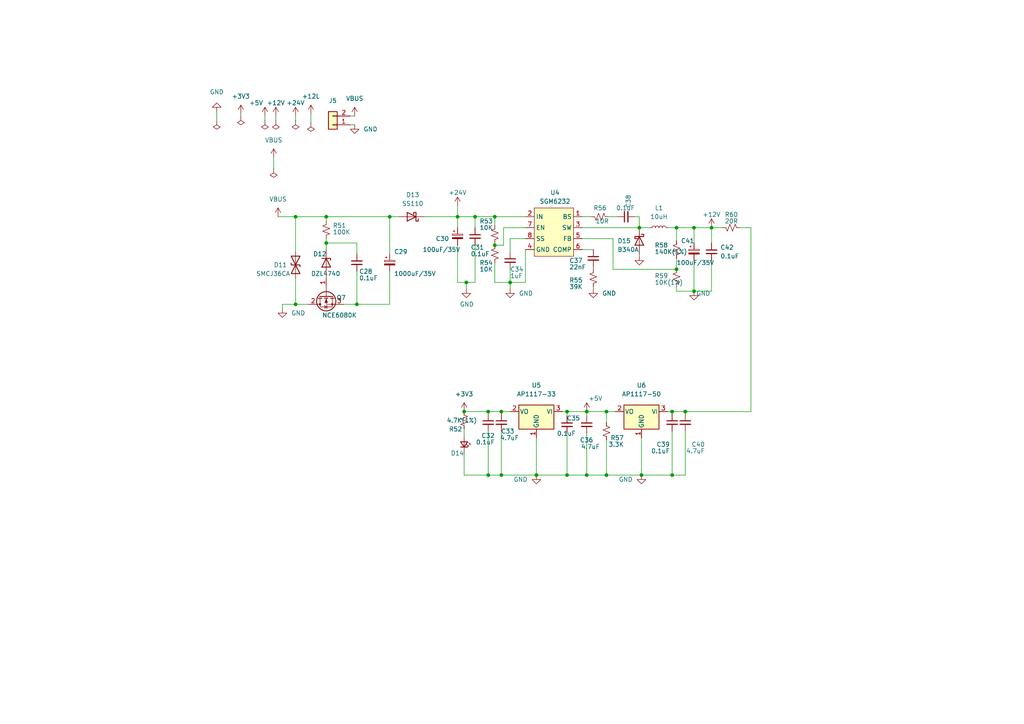
<source format=kicad_sch>
(kicad_sch (version 20211123) (generator eeschema)
  (paper "A4")
  (lib_symbols
    (symbol "Connector_Generic:Conn_01x02" (pin_names (offset 1.016) hide)
      (property "Reference" "J" (at 0 2.54 0))
      (property "Value" "Conn_01x02" (at 0 -5.08 0))
      (symbol "Conn_01x02_1_1"
        (rectangle (start -1.27 -2.413) (end 0 -2.667) (stroke (width 0.1524)))
        (rectangle (start -1.27 0.127) (end 0 -0.127) (stroke (width 0.1524)))
        (rectangle (start -1.27 1.27) (end 1.27 -3.81) (stroke (width 0.254)) (fill (type background)))
        (pin passive line (at -5.08 0 0) (length 3.81) (name "Pin_1") (number "1"))
        (pin passive line (at -5.08 -2.54 0) (length 3.81) (name "Pin_2") (number "2"))
      )
    )
    (symbol "Device:C_Polarized_Small" (pin_numbers hide) (pin_names (offset 0.254) hide)
      (property "Reference" "C" (at 0.254 1.778 0))
      (property "Value" "C_Polarized_Small" (at 0.254 -2.032 0))
      (symbol "C_Polarized_Small_0_1"
        (rectangle (start -1.524 -0.3048) (end 1.524 -0.6858) (fill (type outline)))
        (rectangle (start -1.524 0.6858) (end 1.524 0.3048))
        (polyline (pts (xy -1.27 1.524) (xy -0.762 1.524)))
        (polyline (pts (xy -1.016 1.27) (xy -1.016 1.778)))
      )
      (symbol "C_Polarized_Small_1_1"
        (pin passive line (at 0 2.54 270) (length 1.8542) (name "~") (number "1"))
        (pin passive line (at 0 -2.54 90) (length 1.8542) (name "~") (number "2"))
      )
    )
    (symbol "Device:C_Small" (pin_numbers hide) (pin_names (offset 0.254) hide)
      (property "Reference" "C" (at 0.254 1.778 0))
      (property "Value" "C_Small" (at 0.254 -2.032 0))
      (symbol "C_Small_0_1"
        (polyline (pts (xy -1.524 -0.508) (xy 1.524 -0.508)) (stroke (width 0.3302)))
        (polyline (pts (xy -1.524 0.508) (xy 1.524 0.508)) (stroke (width 0.3048)))
      )
      (symbol "C_Small_1_1"
        (pin passive line (at 0 2.54 270) (length 2.032) (name "~") (number "1"))
        (pin passive line (at 0 -2.54 90) (length 2.032) (name "~") (number "2"))
      )
    )
    (symbol "Device:D_Schottky" (pin_numbers hide) (pin_names (offset 1.016) hide)
      (property "Reference" "D" (at 0 2.54 0))
      (property "Value" "D_Schottky" (at 0 -2.54 0))
      (symbol "D_Schottky_0_1"
        (polyline (pts (xy 1.27 0) (xy -1.27 0)))
        (polyline (pts (xy 1.27 1.27) (xy 1.27 -1.27) (xy -1.27 0) (xy 1.27 1.27)) (stroke (width 0.254)))
        (polyline (pts (xy -1.905 0.635) (xy -1.905 1.27) (xy -1.27 1.27) (xy -1.27 -1.27) (xy -0.635 -1.27) (xy -0.635 -0.635)) (stroke (width 0.254)))
      )
      (symbol "D_Schottky_1_1"
        (pin passive line (at -3.81 0 0) (length 2.54) (name "K") (number "1"))
        (pin passive line (at 3.81 0 180) (length 2.54) (name "A") (number "2"))
      )
    )
    (symbol "Device:D_TVS" (pin_numbers hide) (pin_names (offset 1.016) hide)
      (property "Reference" "D" (at 0 2.54 0))
      (property "Value" "D_TVS" (at 0 -2.54 0))
      (symbol "D_TVS_0_1"
        (polyline (pts (xy 1.27 0) (xy -1.27 0)))
        (polyline (pts (xy 0.508 1.27) (xy 0 1.27) (xy 0 -1.27) (xy -0.508 -1.27)) (stroke (width 0.254)))
        (polyline (pts (xy -2.54 1.27) (xy -2.54 -1.27) (xy 2.54 1.27) (xy 2.54 -1.27) (xy -2.54 1.27)) (stroke (width 0.254)))
      )
      (symbol "D_TVS_1_1"
        (pin passive line (at -3.81 0 0) (length 2.54) (name "A1") (number "1"))
        (pin passive line (at 3.81 0 180) (length 2.54) (name "A2") (number "2"))
      )
    )
    (symbol "Device:D_Zener" (pin_numbers hide) (pin_names (offset 1.016) hide)
      (property "Reference" "D" (at 0 2.54 0))
      (property "Value" "D_Zener" (at 0 -2.54 0))
      (symbol "D_Zener_0_1"
        (polyline (pts (xy 1.27 0) (xy -1.27 0)))
        (polyline (pts (xy -1.27 -1.27) (xy -1.27 1.27) (xy -0.762 1.27)) (stroke (width 0.254)))
        (polyline (pts (xy 1.27 -1.27) (xy 1.27 1.27) (xy -1.27 0) (xy 1.27 -1.27)) (stroke (width 0.254)))
      )
      (symbol "D_Zener_1_1"
        (pin passive line (at -3.81 0 0) (length 2.54) (name "K") (number "1"))
        (pin passive line (at 3.81 0 180) (length 2.54) (name "A") (number "2"))
      )
    )
    (symbol "Device:LED_Small" (pin_numbers hide) (pin_names (offset 0.254) hide)
      (property "Reference" "D" (at -1.27 3.175 0))
      (property "Value" "LED_Small" (at -4.445 -2.54 0))
      (symbol "LED_Small_0_1"
        (polyline (pts (xy -0.762 -1.016) (xy -0.762 1.016)) (stroke (width 0.254)))
        (polyline (pts (xy 1.016 0) (xy -0.762 0)))
        (polyline (pts (xy 0.762 -1.016) (xy -0.762 0) (xy 0.762 1.016) (xy 0.762 -1.016)) (stroke (width 0.254)))
        (polyline (pts (xy 0 0.762) (xy -0.508 1.27) (xy -0.254 1.27) (xy -0.508 1.27) (xy -0.508 1.016)))
        (polyline (pts (xy 0.508 1.27) (xy 0 1.778) (xy 0.254 1.778) (xy 0 1.778) (xy 0 1.524)))
      )
      (symbol "LED_Small_1_1"
        (pin passive line (at -2.54 0 0) (length 1.778) (name "K") (number "1"))
        (pin passive line (at 2.54 0 180) (length 1.778) (name "A") (number "2"))
      )
    )
    (symbol "Device:L_Small" (pin_numbers hide) (pin_names (offset 0.254) hide)
      (property "Reference" "L" (at 0.762 1.016 0))
      (property "Value" "L_Small" (at 0.762 -1.016 0))
      (symbol "L_Small_0_1"
        (arc (start 0 -2.032) (mid 0.508 -1.524) (end 0 -1.016))
        (arc (start 0 -1.016) (mid 0.508 -0.508) (end 0 0))
        (arc (start 0 0) (mid 0.508 0.508) (end 0 1.016))
        (arc (start 0 1.016) (mid 0.508 1.524) (end 0 2.032))
      )
      (symbol "L_Small_1_1"
        (pin passive line (at 0 2.54 270) (length 0.508) (name "~") (number "1"))
        (pin passive line (at 0 -2.54 90) (length 0.508) (name "~") (number "2"))
      )
    )
    (symbol "Device:Q_NMOS_GDS" (pin_names (offset 0) hide)
      (property "Reference" "Q" (at 5.08 1.27 0))
      (property "Value" "Q_NMOS_GDS" (at 5.08 -1.27 0))
      (symbol "Q_NMOS_GDS_0_1"
        (polyline (pts (xy 0.254 0) (xy -2.54 0)))
        (polyline (pts (xy 0.254 1.905) (xy 0.254 -1.905)) (stroke (width 0.254)))
        (polyline (pts (xy 0.762 -1.27) (xy 0.762 -2.286)) (stroke (width 0.254)))
        (polyline (pts (xy 0.762 0.508) (xy 0.762 -0.508)) (stroke (width 0.254)))
        (polyline (pts (xy 0.762 2.286) (xy 0.762 1.27)) (stroke (width 0.254)))
        (polyline (pts (xy 2.54 2.54) (xy 2.54 1.778)))
        (polyline (pts (xy 2.54 -2.54) (xy 2.54 0) (xy 0.762 0)))
        (polyline (pts (xy 0.762 -1.778) (xy 3.302 -1.778) (xy 3.302 1.778) (xy 0.762 1.778)))
        (polyline (pts (xy 1.016 0) (xy 2.032 0.381) (xy 2.032 -0.381) (xy 1.016 0)) (fill (type outline)))
        (polyline (pts (xy 2.794 0.508) (xy 2.921 0.381) (xy 3.683 0.381) (xy 3.81 0.254)))
        (polyline (pts (xy 3.302 0.381) (xy 2.921 -0.254) (xy 3.683 -0.254) (xy 3.302 0.381)))
        (circle (center 1.651 0) (radius 2.794) (stroke (width 0.254)))
        (circle (center 2.54 -1.778) (radius 0.254) (fill (type outline)))
        (circle (center 2.54 1.778) (radius 0.254) (fill (type outline)))
      )
      (symbol "Q_NMOS_GDS_1_1"
        (pin input line (at -5.08 0 0) (length 2.54) (name "G") (number "1"))
        (pin passive line (at 2.54 5.08 270) (length 2.54) (name "D") (number "2"))
        (pin passive line (at 2.54 -5.08 90) (length 2.54) (name "S") (number "3"))
      )
    )
    (symbol "Device:R_Small_US" (pin_numbers hide) (pin_names (offset 0.254) hide)
      (property "Reference" "R" (at 0.762 0.508 0))
      (property "Value" "R_Small_US" (at 0.762 -1.016 0))
      (symbol "R_Small_US_1_1"
        (polyline (pts (xy 0 0) (xy 1.016 -0.381) (xy 0 -0.762) (xy -1.016 -1.143) (xy 0 -1.524)))
        (polyline (pts (xy 0 1.524) (xy 1.016 1.143) (xy 0 0.762) (xy -1.016 0.381) (xy 0 0)))
        (pin passive line (at 0 2.54 270) (length 1.016) (name "~") (number "1"))
        (pin passive line (at 0 -2.54 90) (length 1.016) (name "~") (number "2"))
      )
    )
    (symbol "Diode:1N6857" (pin_numbers hide) (pin_names (offset 1.016) hide)
      (property "Reference" "D" (at 0 2.54 0))
      (property "Value" "1N6857" (at 0 -2.54 0))
      (symbol "1N6857_0_1"
        (polyline (pts (xy 1.27 0) (xy -1.27 0)))
        (polyline (pts (xy 1.27 1.27) (xy 1.27 -1.27) (xy -1.27 0) (xy 1.27 1.27)) (stroke (width 0.254)))
        (polyline (pts (xy -1.905 0.635) (xy -1.905 1.27) (xy -1.27 1.27) (xy -1.27 -1.27) (xy -0.635 -1.27) (xy -0.635 -0.635)) (stroke (width 0.254)))
      )
      (symbol "1N6857_1_1"
        (pin passive line (at -3.81 0 0) (length 2.54) (name "K") (number "1"))
        (pin passive line (at 3.81 0 180) (length 2.54) (name "A") (number "2"))
      )
    )
    (symbol "Regulator_Linear:AP1117-50" (pin_names (offset 0.254))
      (property "Reference" "U" (at -3.81 3.175 0))
      (property "Value" "AP1117-50" (at 0 3.175 0))
      (symbol "AP1117-50_0_1"
        (rectangle (start -5.08 -5.08) (end 5.08 1.905) (stroke (width 0.254)) (fill (type background)))
      )
      (symbol "AP1117-50_1_1"
        (pin power_in line (at 0 -7.62 90) (length 2.54) (name "GND") (number "1"))
        (pin power_out line (at 7.62 0 180) (length 2.54) (name "VO") (number "2"))
        (pin power_in line (at -7.62 0 0) (length 2.54) (name "VI") (number "3"))
      )
    )
    (symbol "power:+12L" (power) (pin_names (offset 0))
      (property "Value" "+12L" (at 0 3.556 0))
      (symbol "+12L_0_1"
        (polyline (pts (xy -0.762 1.27) (xy 0 2.54)))
        (polyline (pts (xy 0 0) (xy 0 2.54)))
        (polyline (pts (xy 0 2.54) (xy 0.762 1.27)))
      )
      (symbol "+12L_1_1"
        (pin power_in line (at 0 0 90) (length 0) hide (name "+12L") (number "1"))
      )
    )
    (symbol "power:+12V" (power) (pin_names (offset 0))
      (property "Value" "+12V" (at 0 3.556 0))
      (symbol "+12V_0_1"
        (polyline (pts (xy -0.762 1.27) (xy 0 2.54)))
        (polyline (pts (xy 0 0) (xy 0 2.54)))
        (polyline (pts (xy 0 2.54) (xy 0.762 1.27)))
      )
      (symbol "+12V_1_1"
        (pin power_in line (at 0 0 90) (length 0) hide (name "+12V") (number "1"))
      )
    )
    (symbol "power:+24V" (power) (pin_names (offset 0))
      (property "Value" "+24V" (at 0 3.556 0))
      (symbol "+24V_0_1"
        (polyline (pts (xy -0.762 1.27) (xy 0 2.54)))
        (polyline (pts (xy 0 0) (xy 0 2.54)))
        (polyline (pts (xy 0 2.54) (xy 0.762 1.27)))
      )
      (symbol "+24V_1_1"
        (pin power_in line (at 0 0 90) (length 0) hide (name "+24V") (number "1"))
      )
    )
    (symbol "power:+3.3V" (power) (pin_names (offset 0))
      (property "Value" "+3.3V" (at 0 3.556 0))
      (symbol "+3.3V_0_1"
        (polyline (pts (xy -0.762 1.27) (xy 0 2.54)))
        (polyline (pts (xy 0 0) (xy 0 2.54)))
        (polyline (pts (xy 0 2.54) (xy 0.762 1.27)))
      )
      (symbol "+3.3V_1_1"
        (pin power_in line (at 0 0 90) (length 0) hide (name "+3V3") (number "1"))
      )
    )
    (symbol "power:+5V" (power) (pin_names (offset 0))
      (property "Value" "+5V" (at 0 3.556 0))
      (symbol "+5V_0_1"
        (polyline (pts (xy -0.762 1.27) (xy 0 2.54)))
        (polyline (pts (xy 0 0) (xy 0 2.54)))
        (polyline (pts (xy 0 2.54) (xy 0.762 1.27)))
      )
      (symbol "+5V_1_1"
        (pin power_in line (at 0 0 90) (length 0) hide (name "+5V") (number "1"))
      )
    )
    (symbol "power:GND" (power) (pin_names (offset 0))
      (property "Value" "GND" (at 0 -3.81 0))
      (symbol "GND_0_1"
        (polyline (pts (xy 0 0) (xy 0 -1.27) (xy 1.27 -1.27) (xy 0 -2.54) (xy -1.27 -1.27) (xy 0 -1.27)))
      )
      (symbol "GND_1_1"
        (pin power_in line (at 0 0 270) (length 0) hide (name "GND") (number "1"))
      )
    )
    (symbol "power:PWR_FLAG" (power) (pin_numbers hide) (pin_names (offset 0) hide)
      (property "Value" "PWR_FLAG" (at 0 3.81 0))
      (symbol "PWR_FLAG_0_0"
        (pin power_out line (at 0 0 90) (length 0) (name "pwr") (number "1"))
      )
      (symbol "PWR_FLAG_0_1"
        (polyline (pts (xy 0 0) (xy 0 1.27) (xy -1.016 1.905) (xy 0 2.54) (xy 1.016 1.905) (xy 0 1.27)))
      )
    )
    (symbol "power:VBUS" (power) (pin_names (offset 0))
      (property "Value" "VBUS" (at 0 3.81 0))
      (symbol "VBUS_0_1"
        (polyline (pts (xy -0.762 1.27) (xy 0 2.54)))
        (polyline (pts (xy 0 0) (xy 0 2.54)))
        (polyline (pts (xy 0 2.54) (xy 0.762 1.27)))
      )
      (symbol "VBUS_1_1"
        (pin power_in line (at 0 0 90) (length 0) hide (name "VBUS") (number "1"))
      )
    )
    (symbol "zager_Power:SGM6232"
      (property "Reference" "U" (at -3.81 1.27 0))
      (property "Value" "SGM6232" (at 0 3.81 0))
      (symbol "SGM6232_0_1"
        (rectangle (start 0 0) (end 11.43 -13.97) (stroke (width 0.1524)) (fill (type background)))
      )
      (symbol "SGM6232_1_1"
        (pin input line (at 13.97 -2.54 180) (length 2.54) (name "BS") (number "1"))
        (pin input line (at -2.54 -2.54 0) (length 2.54) (name "IN") (number "2"))
        (pin input line (at 13.97 -5.715 180) (length 2.54) (name "SW") (number "3"))
        (pin input line (at -2.54 -12.065 0) (length 2.54) (name "GND") (number "4"))
        (pin input line (at 13.97 -8.89 180) (length 2.54) (name "FB") (number "5"))
        (pin input line (at 13.97 -12.065 180) (length 2.54) (name "COMP") (number "6"))
        (pin input line (at -2.54 -5.715 0) (length 2.54) (name "EN") (number "7"))
        (pin input line (at -2.54 -8.89 0) (length 2.54) (name "SS") (number "8"))
      )
    )
  )
  (junction (at 85.725 88.265))
  (junction (at 94.615 62.865))
  (junction (at 196.215 78.105))
  (junction (at 135.255 81.915))
  (junction (at 134.62 119.38))
  (junction (at 206.375 66.04))
  (junction (at 201.295 66.04))
  (junction (at 175.895 137.795))
  (junction (at 145.415 137.795))
  (junction (at 137.795 62.865))
  (junction (at 198.755 119.38))
  (junction (at 132.715 62.865))
  (junction (at 164.465 119.38))
  (junction (at 85.725 62.865))
  (junction (at 170.18 119.38))
  (junction (at 196.215 66.04))
  (junction (at 141.605 119.38))
  (junction (at 145.415 119.38))
  (junction (at 141.605 137.795))
  (junction (at 175.895 119.38))
  (junction (at 194.945 119.38))
  (junction (at 201.295 84.455))
  (junction (at 185.42 66.04))
  (junction (at 94.615 70.485))
  (junction (at 113.03 62.865))
  (junction (at 186.055 137.795))
  (junction (at 143.51 62.865))
  (junction (at 194.945 137.795))
  (junction (at 143.51 71.12))
  (junction (at 155.575 137.795))
  (junction (at 103.505 88.265))
  (junction (at 170.18 137.795))
  (junction (at 147.955 81.915))
  (junction (at 164.465 137.795))
  (wire (pts (xy 137.795 66.04) (xy 137.795 62.865)))
  (wire (pts (xy 178.435 119.38) (xy 175.895 119.38)))
  (wire (pts (xy 143.51 62.865) (xy 152.4 62.865)))
  (wire (pts (xy 94.615 80.01) (xy 94.615 80.645)))
  (wire (pts (xy 164.465 119.38) (xy 163.195 119.38)))
  (wire (pts (xy 103.505 70.485) (xy 103.505 73.66)))
  (wire (pts (xy 206.375 70.485) (xy 206.375 66.04)))
  (wire (pts (xy 141.605 119.38) (xy 141.605 120.015)))
  (wire (pts (xy 137.795 81.915) (xy 137.795 71.12)))
  (wire (pts (xy 177.8 69.215) (xy 177.8 78.105)))
  (wire (pts (xy 172.085 78.105) (xy 172.085 77.47)))
  (wire (pts (xy 168.91 62.865) (xy 171.45 62.865)))
  (wire (pts (xy 103.505 88.265) (xy 113.03 88.265)))
  (wire (pts (xy 134.62 137.795) (xy 134.62 131.445)))
  (wire (pts (xy 194.945 119.38) (xy 193.675 119.38)))
  (wire (pts (xy 147.955 83.82) (xy 147.955 81.915)))
  (wire (pts (xy 81.915 88.265) (xy 85.725 88.265)))
  (wire (pts (xy 80.645 62.865) (xy 85.725 62.865)))
  (wire (pts (xy 80.01 33.655) (xy 80.01 34.925)))
  (wire (pts (xy 155.575 137.795) (xy 164.465 137.795)))
  (wire (pts (xy 196.215 84.455) (xy 201.295 84.455)))
  (wire (pts (xy 101.6 36.195) (xy 102.87 36.195)))
  (wire (pts (xy 113.03 62.865) (xy 115.57 62.865)))
  (wire (pts (xy 94.615 70.485) (xy 103.505 70.485)))
  (wire (pts (xy 143.51 81.915) (xy 147.955 81.915)))
  (wire (pts (xy 170.18 119.38) (xy 164.465 119.38)))
  (wire (pts (xy 198.755 119.38) (xy 198.755 120.015)))
  (wire (pts (xy 134.62 124.46) (xy 134.62 126.365)))
  (wire (pts (xy 132.715 71.12) (xy 132.715 81.915)))
  (wire (pts (xy 132.715 66.04) (xy 132.715 62.865)))
  (wire (pts (xy 135.255 83.82) (xy 135.255 81.915)))
  (wire (pts (xy 172.085 83.185) (xy 172.085 83.82)))
  (wire (pts (xy 141.605 137.795) (xy 145.415 137.795)))
  (wire (pts (xy 214.63 66.04) (xy 217.805 66.04)))
  (wire (pts (xy 198.755 137.795) (xy 194.945 137.795)))
  (wire (pts (xy 206.375 75.565) (xy 206.375 84.455)))
  (wire (pts (xy 198.755 125.095) (xy 198.755 137.795)))
  (wire (pts (xy 146.05 71.12) (xy 146.05 66.04)))
  (wire (pts (xy 155.575 127) (xy 155.575 137.795)))
  (wire (pts (xy 164.465 125.73) (xy 164.465 137.795)))
  (wire (pts (xy 134.62 137.795) (xy 141.605 137.795)))
  (wire (pts (xy 196.215 74.93) (xy 196.215 78.105)))
  (wire (pts (xy 175.895 119.38) (xy 170.18 119.38)))
  (wire (pts (xy 101.6 33.655) (xy 102.87 33.655)))
  (wire (pts (xy 201.295 84.455) (xy 206.375 84.455)))
  (wire (pts (xy 69.85 33.02) (xy 69.85 33.655)))
  (wire (pts (xy 145.415 125.095) (xy 145.415 137.795)))
  (wire (pts (xy 85.725 33.655) (xy 85.725 34.925)))
  (wire (pts (xy 147.955 119.38) (xy 145.415 119.38)))
  (wire (pts (xy 201.295 75.565) (xy 201.295 84.455)))
  (wire (pts (xy 147.955 69.215) (xy 147.955 73.025)))
  (wire (pts (xy 168.91 72.39) (xy 172.085 72.39)))
  (wire (pts (xy 113.03 62.865) (xy 113.03 73.66)))
  (wire (pts (xy 85.725 80.645) (xy 85.725 88.265)))
  (wire (pts (xy 176.53 62.865) (xy 179.07 62.865)))
  (wire (pts (xy 194.945 119.38) (xy 194.945 120.015)))
  (wire (pts (xy 90.17 33.02) (xy 90.17 35.56)))
  (wire (pts (xy 85.725 62.865) (xy 94.615 62.865)))
  (wire (pts (xy 147.955 81.915) (xy 152.4 81.915)))
  (wire (pts (xy 113.03 78.74) (xy 113.03 88.265)))
  (wire (pts (xy 147.955 81.915) (xy 147.955 78.105)))
  (wire (pts (xy 185.42 73.66) (xy 185.42 74.295)))
  (wire (pts (xy 175.895 119.38) (xy 175.895 122.555)))
  (wire (pts (xy 196.215 69.85) (xy 196.215 66.04)))
  (wire (pts (xy 62.865 32.385) (xy 62.865 34.925)))
  (wire (pts (xy 152.4 69.215) (xy 147.955 69.215)))
  (wire (pts (xy 143.51 76.2) (xy 143.51 81.915)))
  (wire (pts (xy 152.4 72.39) (xy 152.4 81.915)))
  (wire (pts (xy 94.615 70.485) (xy 94.615 72.39)))
  (wire (pts (xy 143.51 71.12) (xy 146.05 71.12)))
  (wire (pts (xy 85.725 88.265) (xy 89.535 88.265)))
  (wire (pts (xy 143.51 65.405) (xy 143.51 62.865)))
  (wire (pts (xy 170.18 125.73) (xy 170.18 137.795)))
  (wire (pts (xy 85.725 62.865) (xy 85.725 73.025)))
  (wire (pts (xy 170.18 137.795) (xy 164.465 137.795)))
  (wire (pts (xy 196.215 66.04) (xy 201.295 66.04)))
  (wire (pts (xy 94.615 69.215) (xy 94.615 70.485)))
  (wire (pts (xy 76.835 33.655) (xy 76.835 34.925)))
  (wire (pts (xy 168.91 69.215) (xy 177.8 69.215)))
  (wire (pts (xy 196.215 83.185) (xy 196.215 84.455)))
  (wire (pts (xy 141.605 119.38) (xy 134.62 119.38)))
  (wire (pts (xy 79.375 45.72) (xy 79.375 48.895)))
  (wire (pts (xy 177.8 78.105) (xy 196.215 78.105)))
  (wire (pts (xy 175.895 137.795) (xy 170.18 137.795)))
  (wire (pts (xy 194.945 125.095) (xy 194.945 137.795)))
  (wire (pts (xy 186.055 127) (xy 186.055 137.795)))
  (wire (pts (xy 198.755 119.38) (xy 194.945 119.38)))
  (wire (pts (xy 81.915 89.535) (xy 81.915 88.265)))
  (wire (pts (xy 175.895 127.635) (xy 175.895 137.795)))
  (wire (pts (xy 201.295 70.485) (xy 201.295 66.04)))
  (wire (pts (xy 132.715 62.865) (xy 137.795 62.865)))
  (wire (pts (xy 185.42 66.04) (xy 188.595 66.04)))
  (wire (pts (xy 193.675 66.04) (xy 196.215 66.04)))
  (wire (pts (xy 185.42 62.865) (xy 185.42 66.04)))
  (wire (pts (xy 186.055 137.795) (xy 175.895 137.795)))
  (wire (pts (xy 145.415 119.38) (xy 145.415 120.015)))
  (wire (pts (xy 145.415 119.38) (xy 141.605 119.38)))
  (wire (pts (xy 132.715 59.69) (xy 132.715 62.865)))
  (wire (pts (xy 103.505 78.74) (xy 103.505 88.265)))
  (wire (pts (xy 146.05 66.04) (xy 152.4 66.04)))
  (wire (pts (xy 155.575 137.795) (xy 145.415 137.795)))
  (wire (pts (xy 135.255 81.915) (xy 137.795 81.915)))
  (wire (pts (xy 141.605 125.095) (xy 141.605 137.795)))
  (wire (pts (xy 206.375 66.04) (xy 209.55 66.04)))
  (wire (pts (xy 137.795 62.865) (xy 143.51 62.865)))
  (wire (pts (xy 194.945 137.795) (xy 186.055 137.795)))
  (wire (pts (xy 168.91 66.04) (xy 185.42 66.04)))
  (wire (pts (xy 94.615 64.135) (xy 94.615 62.865)))
  (wire (pts (xy 184.15 62.865) (xy 185.42 62.865)))
  (wire (pts (xy 217.805 66.04) (xy 217.805 119.38)))
  (wire (pts (xy 99.695 88.265) (xy 103.505 88.265)))
  (wire (pts (xy 94.615 62.865) (xy 113.03 62.865)))
  (wire (pts (xy 217.805 119.38) (xy 198.755 119.38)))
  (wire (pts (xy 164.465 120.65) (xy 164.465 119.38)))
  (wire (pts (xy 123.19 62.865) (xy 132.715 62.865)))
  (wire (pts (xy 201.295 66.04) (xy 206.375 66.04)))
  (wire (pts (xy 170.18 119.38) (xy 170.18 120.65)))
  (wire (pts (xy 143.51 70.485) (xy 143.51 71.12)))
  (wire (pts (xy 132.715 81.915) (xy 135.255 81.915)))
  (symbol (lib_id "power:PWR_FLAG") (at 62.865 34.925 180) (unit 1)
    (property "Reference" "#FLG01" (effects hide))
    (property "Value" "PWR_FLAG" (effects hide))
  )
  (symbol (lib_id "power:PWR_FLAG") (at 85.725 34.925 180) (unit 1)
    (property "Reference" "#FLG06" (effects hide))
    (property "Value" "PWR_FLAG" (effects hide))
  )
  (symbol (lib_id "power:GND") (at 135.255 83.82 0) (unit 1)
    (property "Reference" "#PWR064" (effects hide))
    (property "Value" "GND" (at 133.35 88.265 0) (effects (justify left)))
  )
  (symbol (lib_id "Device:C_Polarized_Small") (at 132.715 68.58 0) (unit 1)
    (property "Reference" "C30" (at 126.365 69.215 0) (effects (justify left)))
    (property "Value" "100uF/35V" (at 122.555 72.39 0) (effects (justify left)))
    (property "Footprint" "Capacitor_THT:CP_Radial_D6.3mm_P2.50mm" (effects hide))
  )
  (symbol (lib_id "Device:C_Small") (at 206.375 73.025 0) (unit 1)
    (property "Reference" "C42" (at 208.915 71.755 0) (effects (justify left)))
    (property "Value" "0.1uF" (at 208.915 74.295 0) (effects (justify left)))
    (property "Footprint" "Capacitor_SMD:C_0603_1608Metric" (effects hide))
  )
  (symbol (lib_id "Device:R_Small_US") (at 196.215 72.39 0) (mirror y) (unit 1)
    (property "Reference" "R58" (at 189.865 71.12 0) (effects (justify right)))
    (property "Value" "140K(1%)" (at 189.865 73.025 0) (effects (justify right)))
    (property "Footprint" "Resistor_SMD:R_0603_1608Metric" (effects hide))
  )
  (symbol (lib_id "power:+3.3V") (at 134.62 119.38 0) (mirror y) (unit 1)
    (property "Reference" "#PWR063" (effects hide))
    (property "Value" "+3.3V" (at 134.62 114.3 0))
  )
  (symbol (lib_id "Device:D_TVS") (at 85.725 76.835 270) (unit 1)
    (property "Reference" "D11" (at 79.375 76.835 90) (effects (justify left)))
    (property "Value" "SMCJ36CA" (at 74.295 79.375 90) (effects (justify left)))
    (property "Footprint" "Diode_SMD:D_SMC" (effects hide))
  )
  (symbol (lib_id "Device:D_Zener") (at 94.615 76.2 270) (unit 1)
    (property "Reference" "D12" (at 90.805 73.66 90) (effects (justify left)))
    (property "Value" "DZL4740" (at 90.17 79.375 90) (effects (justify left)))
    (property "Footprint" "Diode_SMD:D_SOD-123F" (effects hide))
  )
  (symbol (lib_id "power:+24V") (at 132.715 59.69 0) (unit 1)
    (property "Reference" "#PWR062" (effects hide))
    (property "Value" "+24V" (at 132.715 55.88 0))
  )
  (symbol (lib_id "power:+3.3V") (at 69.85 33.02 0) (unit 1)
    (property "Reference" "#PWR052" (effects hide))
    (property "Value" "+3.3V" (at 69.85 27.94 0))
  )
  (symbol (lib_id "power:PWR_FLAG") (at 79.375 48.895 180) (unit 1)
    (property "Reference" "#FLG04" (effects hide))
    (property "Value" "PWR_FLAG" (effects hide))
  )
  (symbol (lib_id "power:GND") (at 81.915 89.535 0) (unit 1)
    (property "Reference" "#PWR057" (effects hide))
    (property "Value" "GND" (at 84.455 90.8049 0) (effects (justify left)))
  )
  (symbol (lib_id "power:+12V") (at 80.01 33.655 0) (unit 1)
    (property "Reference" "#PWR055" (effects hide))
    (property "Value" "+12V" (at 80.01 29.845 0))
  )
  (symbol (lib_id "Device:R_Small_US") (at 172.085 80.645 0) (mirror y) (unit 1)
    (property "Reference" "R55" (at 165.1 81.28 0) (effects (justify right)))
    (property "Value" "39K" (at 165.1 83.185 0) (effects (justify right)))
    (property "Footprint" "Resistor_SMD:R_0603_1608Metric" (effects hide))
  )
  (symbol (lib_id "zager_Power:SGM6232") (at 154.94 60.325 0) (unit 1)
    (property "Reference" "U4" (at 160.9725 55.88 0))
    (property "Value" "SGM6232" (at 160.9725 58.42 0))
    (property "Footprint" "Package_SO:SOIC-8_3.9x4.9mm_P1.27mm" (effects hide))
  )
  (symbol (lib_id "Device:R_Small_US") (at 173.99 62.865 90) (mirror x) (unit 1)
    (property "Reference" "R56" (at 172.085 60.325 90) (effects (justify right)))
    (property "Value" "10R" (at 172.72 64.135 90) (effects (justify right)))
    (property "Footprint" "Resistor_SMD:R_0603_1608Metric" (effects hide))
  )
  (symbol (lib_id "power:GND") (at 102.87 36.195 0) (unit 1)
    (property "Reference" "#PWR061" (effects hide))
    (property "Value" "GND" (at 105.41 37.4649 0) (effects (justify left)))
  )
  (symbol (lib_id "Connector_Generic:Conn_01x02") (at 96.52 36.195 180) (unit 1)
    (property "Reference" "J5" (at 96.52 29.21 0))
    (property "Value" "Conn_01x02" (effects hide))
    (property "Footprint" "TerminalBlock:TerminalBlock_bornier-2_P5.08mm" (effects hide))
  )
  (symbol (lib_id "Device:C_Small") (at 145.415 122.555 0) (mirror y) (unit 1)
    (property "Reference" "C33" (at 149.225 125.095 0) (effects (justify left)))
    (property "Value" "4.7uF" (at 150.495 127 0) (effects (justify left)))
    (property "Footprint" "Capacitor_SMD:C_0805_2012Metric" (effects hide))
  )
  (symbol (lib_id "power:+24V") (at 85.725 33.655 0) (unit 1)
    (property "Reference" "#PWR058" (effects hide))
    (property "Value" "+24V" (at 85.725 29.845 0))
  )
  (symbol (lib_id "Device:R_Small_US") (at 175.895 125.095 0) (unit 1)
    (property "Reference" "R57" (at 180.975 127 0) (effects (justify right)))
    (property "Value" "3.3K" (at 180.975 128.905 0) (effects (justify right)))
    (property "Footprint" "Resistor_SMD:R_0603_1608Metric" (effects hide))
  )
  (symbol (lib_id "Device:C_Small") (at 170.18 123.19 0) (mirror y) (unit 1)
    (property "Reference" "C36" (at 172.085 127.635 0) (effects (justify left)))
    (property "Value" "4.7uF" (at 173.99 129.54 0) (effects (justify left)))
    (property "Footprint" "Capacitor_SMD:C_0805_2012Metric" (effects hide))
  )
  (symbol (lib_id "Device:LED_Small") (at 134.62 128.905 270) (mirror x) (unit 1)
    (property "Reference" "D14" (at 134.62 131.445 90) (effects (justify right)))
    (property "Value" "LED_Red" (effects hide))
    (property "Footprint" "Diode_SMD:D_0603_1608Metric_Pad1.05x0.95mm_HandSolder" (effects hide))
  )
  (symbol (lib_id "power:GND") (at 201.295 84.455 0) (unit 1)
    (property "Reference" "#PWR071" (effects hide))
    (property "Value" "GND" (at 201.93 85.09 0) (effects (justify left)))
  )
  (symbol (lib_id "Device:R_Small_US") (at 212.09 66.04 90) (mirror x) (unit 1)
    (property "Reference" "R60" (at 210.185 62.23 90) (effects (justify right)))
    (property "Value" "20R" (at 210.185 64.135 90) (effects (justify right)))
    (property "Footprint" "Resistor_SMD:R_0603_1608Metric" (effects hide))
  )
  (symbol (lib_id "Device:R_Small_US") (at 94.615 66.675 0) (mirror y) (unit 1)
    (property "Reference" "R51" (at 96.52 65.405 0) (effects (justify right)))
    (property "Value" "100K" (at 96.52 67.31 0) (effects (justify right)))
    (property "Footprint" "Resistor_SMD:R_0603_1608Metric" (effects hide))
  )
  (symbol (lib_id "power:PWR_FLAG") (at 80.01 34.925 180) (unit 1)
    (property "Reference" "#FLG05" (effects hide))
    (property "Value" "PWR_FLAG" (effects hide))
  )
  (symbol (lib_id "power:+5V") (at 170.18 119.38 0) (mirror y) (unit 1)
    (property "Reference" "#PWR067" (effects hide))
    (property "Value" "+5V" (at 172.72 115.57 0))
  )
  (symbol (lib_id "Regulator_Linear:AP1117-50") (at 155.575 119.38 0) (mirror y) (unit 1)
    (property "Reference" "U5" (at 155.575 111.76 0))
    (property "Value" "AP1117-33" (at 155.575 114.3 0))
    (property "Footprint" "Package_TO_SOT_SMD:SOT-223-3_TabPin2" (effects hide))
    (property "Datasheet" "http://www.diodes.com/datasheets/AP1117.pdf" (effects hide))
  )
  (symbol (lib_id "Device:C_Small") (at 181.61 62.865 90) (unit 1)
    (property "Reference" "C38" (at 182.245 60.325 0) (effects (justify left)))
    (property "Value" "0.1uF" (at 184.15 60.325 90) (effects (justify left)))
    (property "Footprint" "Capacitor_SMD:C_0603_1608Metric" (effects hide))
  )
  (symbol (lib_id "Device:R_Small_US") (at 196.215 80.645 0) (mirror y) (unit 1)
    (property "Reference" "R59" (at 189.865 80.01 0) (effects (justify right)))
    (property "Value" "10K(1%)" (at 189.865 81.915 0) (effects (justify right)))
    (property "Footprint" "Resistor_SMD:R_0603_1608Metric" (effects hide))
  )
  (symbol (lib_id "Device:C_Small") (at 141.605 122.555 0) (mirror y) (unit 1)
    (property "Reference" "C32" (at 143.51 126.365 0) (effects (justify left)))
    (property "Value" "0.1uF" (at 143.51 128.27 0) (effects (justify left)))
    (property "Footprint" "Capacitor_SMD:C_0603_1608Metric" (effects hide))
  )
  (symbol (lib_id "power:GND") (at 147.955 83.82 0) (unit 1)
    (property "Reference" "#PWR065" (effects hide))
    (property "Value" "GND" (at 150.495 85.0899 0) (effects (justify left)))
  )
  (symbol (lib_id "Device:C_Small") (at 103.505 76.2 0) (unit 1)
    (property "Reference" "C28" (at 104.14 78.74 0) (effects (justify left)))
    (property "Value" "0.1uF" (at 104.14 80.645 0) (effects (justify left)))
    (property "Footprint" "Capacitor_SMD:C_0603_1608Metric" (effects hide))
  )
  (symbol (lib_id "power:VBUS") (at 102.87 33.655 0) (unit 1)
    (property "Reference" "#PWR060" (effects hide))
    (property "Value" "VBUS" (at 102.87 28.575 0))
  )
  (symbol (lib_id "power:PWR_FLAG") (at 69.85 33.655 180) (unit 1)
    (property "Reference" "#FLG02" (effects hide))
    (property "Value" "PWR_FLAG" (effects hide))
  )
  (symbol (lib_id "Device:C_Small") (at 194.945 122.555 0) (mirror y) (unit 1)
    (property "Reference" "C39" (at 194.31 128.905 0) (effects (justify left)))
    (property "Value" "0.1uF" (at 194.31 130.81 0) (effects (justify left)))
    (property "Footprint" "Capacitor_SMD:C_0603_1608Metric" (effects hide))
  )
  (symbol (lib_id "power:+12L") (at 90.17 33.02 0) (unit 1)
    (property "Reference" "#PWR059" (effects hide))
    (property "Value" "+12L" (at 90.17 27.94 0))
  )
  (symbol (lib_id "power:GND") (at 185.42 74.295 0) (unit 1)
    (property "Reference" "#PWR069" (effects hide))
    (property "Value" "GND" (effects hide))
  )
  (symbol (lib_id "power:PWR_FLAG") (at 76.835 34.925 180) (unit 1)
    (property "Reference" "#FLG03" (effects hide))
    (property "Value" "PWR_FLAG" (effects hide))
  )
  (symbol (lib_id "power:GND") (at 155.575 137.795 0) (mirror y) (unit 1)
    (property "Reference" "#PWR066" (effects hide))
    (property "Value" "GND" (at 153.035 139.0649 0) (effects (justify left)))
  )
  (symbol (lib_id "Device:D_Schottky") (at 119.38 62.865 180) (unit 1)
    (property "Reference" "D13" (at 119.6975 56.515 0))
    (property "Value" "SS110" (at 119.6975 59.055 0))
    (property "Footprint" "Diode_SMD:D_SMA" (effects hide))
  )
  (symbol (lib_id "Device:C_Polarized_Small") (at 113.03 76.2 0) (unit 1)
    (property "Reference" "C29" (at 114.3 73.025 0) (effects (justify left)))
    (property "Value" "1000uF/35V" (at 114.3 79.375 0) (effects (justify left)))
    (property "Footprint" "Capacitor_THT:CP_Radial_D12.5mm_P5.00mm" (effects hide))
  )
  (symbol (lib_id "power:GND") (at 172.085 83.82 0) (unit 1)
    (property "Reference" "#PWR068" (effects hide))
    (property "Value" "GND" (at 174.625 85.0899 0) (effects (justify left)))
  )
  (symbol (lib_id "Regulator_Linear:AP1117-50") (at 186.055 119.38 0) (mirror y) (unit 1)
    (property "Reference" "U6" (at 186.055 111.76 0))
    (property "Value" "AP1117-50" (at 186.055 114.3 0))
    (property "Footprint" "Package_TO_SOT_SMD:SOT-223-3_TabPin2" (effects hide))
    (property "Datasheet" "http://www.diodes.com/datasheets/AP1117.pdf" (effects hide))
  )
  (symbol (lib_id "Device:C_Small") (at 172.085 74.93 0) (unit 1)
    (property "Reference" "C37" (at 165.1 75.565 0) (effects (justify left)))
    (property "Value" "22nF" (at 165.1 77.47 0) (effects (justify left)))
    (property "Footprint" "Capacitor_SMD:C_0603_1608Metric" (effects hide))
  )
  (symbol (lib_id "power:+5V") (at 76.835 33.655 0) (unit 1)
    (property "Reference" "#PWR053" (effects hide))
    (property "Value" "+5V" (at 74.295 29.845 0))
  )
  (symbol (lib_id "power:GND") (at 186.055 137.795 0) (mirror y) (unit 1)
    (property "Reference" "#PWR070" (effects hide))
    (property "Value" "GND" (at 183.515 139.0649 0) (effects (justify left)))
  )
  (symbol (lib_id "Device:C_Small") (at 137.795 68.58 0) (unit 1)
    (property "Reference" "C31" (at 136.525 71.755 0) (effects (justify left)))
    (property "Value" "0.1uF" (at 136.525 73.66 0) (effects (justify left)))
    (property "Footprint" "Capacitor_SMD:C_0603_1608Metric" (effects hide))
  )
  (symbol (lib_id "Diode:1N6857") (at 185.42 69.85 270) (unit 1)
    (property "Reference" "D15" (at 179.07 69.85 90) (effects (justify left)))
    (property "Value" "B340A" (at 179.07 72.39 90) (effects (justify left)))
    (property "Footprint" "Diode_SMD:D_SMA" (effects hide))
    (property "Datasheet" "https://www.microsemi.com/document-portal/doc_download/8865-lds-0040-datasheet" (effects hide))
  )
  (symbol (lib_id "Device:C_Small") (at 164.465 123.19 0) (mirror y) (unit 1)
    (property "Reference" "C35" (at 168.275 121.285 0) (effects (justify left)))
    (property "Value" "0.1uF" (at 167.005 125.73 0) (effects (justify left)))
    (property "Footprint" "Capacitor_SMD:C_0603_1608Metric" (effects hide))
  )
  (symbol (lib_id "Device:Q_NMOS_GDS") (at 94.615 85.725 90) (mirror x) (unit 1)
    (property "Reference" "Q7" (at 100.33 86.36 90) (effects (justify left)))
    (property "Value" "NCE6080K" (at 103.505 91.44 90) (effects (justify left)))
    (property "Footprint" "Package_TO_SOT_SMD:TO-252-2" (effects hide))
  )
  (symbol (lib_id "power:PWR_FLAG") (at 90.17 35.56 180) (unit 1)
    (property "Reference" "#FLG07" (effects hide))
    (property "Value" "PWR_FLAG" (effects hide))
  )
  (symbol (lib_id "Device:C_Small") (at 198.755 122.555 0) (mirror y) (unit 1)
    (property "Reference" "C40" (at 204.47 128.905 0) (effects (justify left)))
    (property "Value" "4.7uF" (at 204.47 130.81 0) (effects (justify left)))
    (property "Footprint" "Capacitor_SMD:C_0805_2012Metric" (effects hide))
  )
  (symbol (lib_id "power:+12V") (at 206.375 66.04 0) (unit 1)
    (property "Reference" "#PWR072" (effects hide))
    (property "Value" "+12V" (at 206.375 62.23 0))
  )
  (symbol (lib_id "Device:C_Polarized_Small") (at 201.295 73.025 0) (unit 1)
    (property "Reference" "C41" (at 197.485 69.85 0) (effects (justify left)))
    (property "Value" "100uF/35V" (at 196.215 76.2 0) (effects (justify left)))
    (property "Footprint" "Capacitor_THT:CP_Radial_D6.3mm_P2.50mm" (effects hide))
  )
  (symbol (lib_id "Device:R_Small_US") (at 143.51 67.945 0) (mirror y) (unit 1)
    (property "Reference" "R53" (at 139.065 64.135 0) (effects (justify right)))
    (property "Value" "10K" (at 139.065 66.04 0) (effects (justify right)))
    (property "Footprint" "Resistor_SMD:R_0603_1608Metric" (effects hide))
  )
  (symbol (lib_id "power:VBUS") (at 80.645 62.865 0) (unit 1)
    (property "Reference" "#PWR056" (effects hide))
    (property "Value" "VBUS" (at 80.645 57.785 0))
  )
  (symbol (lib_id "Device:C_Small") (at 147.955 75.565 0) (unit 1)
    (property "Reference" "C34" (at 147.955 78.105 0) (effects (justify left)))
    (property "Value" "1uF" (at 147.955 80.01 0) (effects (justify left)))
    (property "Footprint" "Capacitor_SMD:C_0603_1608Metric" (effects hide))
  )
  (symbol (lib_id "Device:R_Small_US") (at 143.51 73.66 0) (mirror y) (unit 1)
    (property "Reference" "R54" (at 139.065 76.2 0) (effects (justify right)))
    (property "Value" "10K" (at 139.065 78.105 0) (effects (justify right)))
    (property "Footprint" "Resistor_SMD:R_0603_1608Metric" (effects hide))
  )
  (symbol (lib_id "power:GND") (at 62.865 32.385 180) (unit 1)
    (property "Reference" "#PWR051" (effects hide))
    (property "Value" "GND" (at 62.865 26.67 0))
  )
  (symbol (lib_id "power:VBUS") (at 79.375 45.72 0) (unit 1)
    (property "Reference" "#PWR054" (effects hide))
    (property "Value" "VBUS" (at 79.375 40.64 0))
  )
  (symbol (lib_id "Device:R_Small_US") (at 134.62 121.92 180) (unit 1)
    (property "Reference" "R52" (at 130.175 124.46 0) (effects (justify right)))
    (property "Value" "4.7K(1%)" (at 129.54 121.92 0) (effects (justify right)))
    (property "Footprint" "Resistor_SMD:R_0603_1608Metric" (effects hide))
  )
  (symbol (lib_id "Device:L_Small") (at 191.135 66.04 90) (unit 1)
    (property "Reference" "L1" (at 191.135 60.325 90))
    (property "Value" "10uH" (at 191.135 62.865 90))
    (property "Footprint" "Inductor_SMD:L_Abracon_ASPI-0630LR" (effects hide))
  )
)
</source>
